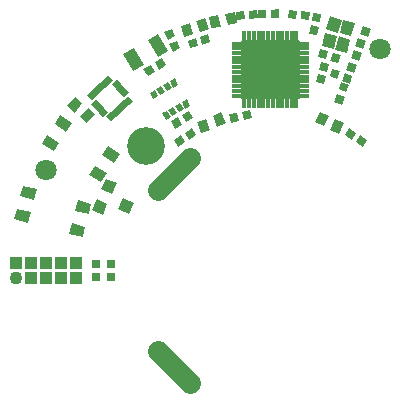
<source format=gts>
G04 #@! TF.FileFunction,Soldermask,Top*
%FSLAX46Y46*%
G04 Gerber Fmt 4.6, Leading zero omitted, Abs format (unit mm)*
G04 Created by KiCad (PCBNEW 4.0.1-stable) date 2016 January 15, Friday 22:42:35*
%MOMM*%
G01*
G04 APERTURE LIST*
%ADD10C,0.020000*%
%ADD11R,0.700000X0.700000*%
%ADD12C,3.200000*%
%ADD13C,1.100000*%
%ADD14R,1.000000X1.000000*%
%ADD15C,1.800000*%
%ADD16C,1.800000*%
%ADD17R,1.680000X1.680000*%
%ADD18R,0.840000X0.410000*%
%ADD19R,0.410000X0.840000*%
%ADD20C,0.200000*%
G04 APERTURE END LIST*
D10*
G36*
X28804573Y-11303360D02*
X29185820Y-10716291D01*
X29772889Y-11097538D01*
X29391642Y-11684607D01*
X28804573Y-11303360D01*
X28804573Y-11303360D01*
G37*
G36*
X29727111Y-11902462D02*
X30108358Y-11315393D01*
X30695427Y-11696640D01*
X30314180Y-12283709D01*
X29727111Y-11902462D01*
X29727111Y-11902462D01*
G37*
G36*
X15827771Y-10726255D02*
X16198715Y-11319889D01*
X15605081Y-11690833D01*
X15234137Y-11097199D01*
X15827771Y-10726255D01*
X15827771Y-10726255D01*
G37*
G36*
X14894919Y-11309167D02*
X15265863Y-11902801D01*
X14672229Y-12273745D01*
X14301285Y-11680111D01*
X14894919Y-11309167D01*
X14894919Y-11309167D01*
G37*
G36*
X27514570Y-6331074D02*
X27753984Y-5673290D01*
X28411768Y-5912704D01*
X28172354Y-6570488D01*
X27514570Y-6331074D01*
X27514570Y-6331074D01*
G37*
G36*
X28548232Y-6707296D02*
X28787646Y-6049512D01*
X29445430Y-6288926D01*
X29206016Y-6946710D01*
X28548232Y-6707296D01*
X28548232Y-6707296D01*
G37*
G36*
X17505615Y-2270703D02*
X17314806Y-1289076D01*
X18100107Y-1136429D01*
X18290916Y-2118056D01*
X17505615Y-2270703D01*
X17505615Y-2270703D01*
G37*
G36*
X18879893Y-2003571D02*
X18689084Y-1021944D01*
X19474385Y-869297D01*
X19665194Y-1850924D01*
X18879893Y-2003571D01*
X18879893Y-2003571D01*
G37*
G36*
X19623929Y-1557109D02*
X19562920Y-859772D01*
X20260257Y-798763D01*
X20321266Y-1496100D01*
X19623929Y-1557109D01*
X19623929Y-1557109D01*
G37*
G36*
X20719743Y-1461237D02*
X20658734Y-763900D01*
X21356071Y-702891D01*
X21417080Y-1400228D01*
X20719743Y-1461237D01*
X20719743Y-1461237D01*
G37*
G36*
X28515778Y-6784349D02*
X29169284Y-7035207D01*
X28918426Y-7688713D01*
X28264920Y-7437855D01*
X28515778Y-6784349D01*
X28515778Y-6784349D01*
G37*
G36*
X28121574Y-7811287D02*
X28775080Y-8062145D01*
X28524222Y-8715651D01*
X27870716Y-8464793D01*
X28121574Y-7811287D01*
X28121574Y-7811287D01*
G37*
G36*
X7634043Y-9524044D02*
X6991255Y-10290088D01*
X6378419Y-9775858D01*
X7021207Y-9009814D01*
X7634043Y-9524044D01*
X7634043Y-9524044D01*
G37*
G36*
X6561581Y-8624142D02*
X5918793Y-9390186D01*
X5305957Y-8875956D01*
X5948745Y-8109912D01*
X6561581Y-8624142D01*
X6561581Y-8624142D01*
G37*
G36*
X26109873Y-931288D02*
X26798152Y-1058853D01*
X26670587Y-1747132D01*
X25982308Y-1619567D01*
X26109873Y-931288D01*
X26109873Y-931288D01*
G37*
G36*
X25909413Y-2012868D02*
X26597692Y-2140433D01*
X26470127Y-2828712D01*
X25781848Y-2701147D01*
X25909413Y-2012868D01*
X25909413Y-2012868D01*
G37*
G36*
X30344205Y-2094348D02*
X30995498Y-2350899D01*
X30738947Y-3002192D01*
X30087654Y-2745641D01*
X30344205Y-2094348D01*
X30344205Y-2094348D01*
G37*
G36*
X29941053Y-3117808D02*
X30592346Y-3374359D01*
X30335795Y-4025652D01*
X29684502Y-3769101D01*
X29941053Y-3117808D01*
X29941053Y-3117808D01*
G37*
G36*
X28439920Y-4494863D02*
X28258746Y-5171011D01*
X27582598Y-4989837D01*
X27763772Y-4313689D01*
X28439920Y-4494863D01*
X28439920Y-4494863D01*
G37*
G36*
X27377402Y-4210163D02*
X27196228Y-4886311D01*
X26520080Y-4705137D01*
X26701254Y-4028989D01*
X27377402Y-4210163D01*
X27377402Y-4210163D01*
G37*
G36*
X29564205Y-4114348D02*
X30215498Y-4370899D01*
X29958947Y-5022192D01*
X29307654Y-4765641D01*
X29564205Y-4114348D01*
X29564205Y-4114348D01*
G37*
G36*
X29161053Y-5137808D02*
X29812346Y-5394359D01*
X29555795Y-6045652D01*
X28904502Y-5789101D01*
X29161053Y-5137808D01*
X29161053Y-5137808D01*
G37*
G36*
X15691655Y-3967841D02*
X15486995Y-3298427D01*
X16156409Y-3093767D01*
X16361069Y-3763181D01*
X15691655Y-3967841D01*
X15691655Y-3967841D01*
G37*
G36*
X16743591Y-3646233D02*
X16538931Y-2976819D01*
X17208345Y-2772159D01*
X17413005Y-3441573D01*
X16743591Y-3646233D01*
X16743591Y-3646233D01*
G37*
G36*
X15184251Y-2989761D02*
X14891879Y-2033456D01*
X15656923Y-1799559D01*
X15949295Y-2755864D01*
X15184251Y-2989761D01*
X15184251Y-2989761D01*
G37*
G36*
X16523077Y-2580441D02*
X16230705Y-1624136D01*
X16995749Y-1390239D01*
X17288121Y-2346544D01*
X16523077Y-2580441D01*
X16523077Y-2580441D01*
G37*
G36*
X23958345Y-1384007D02*
X24031515Y-687841D01*
X24727681Y-761011D01*
X24654511Y-1457177D01*
X23958345Y-1384007D01*
X23958345Y-1384007D01*
G37*
G36*
X25052319Y-1498989D02*
X25125489Y-802823D01*
X25821655Y-875993D01*
X25748485Y-1572159D01*
X25052319Y-1498989D01*
X25052319Y-1498989D01*
G37*
G36*
X19172436Y-10239472D02*
X19026898Y-9554768D01*
X19711602Y-9409230D01*
X19857140Y-10093934D01*
X19172436Y-10239472D01*
X19172436Y-10239472D01*
G37*
G36*
X20248398Y-10010770D02*
X20102860Y-9326066D01*
X20787564Y-9180528D01*
X20933102Y-9865232D01*
X20248398Y-10010770D01*
X20248398Y-10010770D01*
G37*
D11*
X9000000Y-23300000D03*
X9000000Y-22200000D03*
X7750000Y-22200000D03*
X7750000Y-23300000D03*
D10*
G36*
X12095577Y-6303109D02*
X11745577Y-5696891D01*
X12351795Y-5346891D01*
X12701795Y-5953109D01*
X12095577Y-6303109D01*
X12095577Y-6303109D01*
G37*
G36*
X13048205Y-5753109D02*
X12698205Y-5146891D01*
X13304423Y-4796891D01*
X13654423Y-5403109D01*
X13048205Y-5753109D01*
X13048205Y-5753109D01*
G37*
G36*
X13516165Y-2568301D02*
X14160519Y-2294789D01*
X14434031Y-2939143D01*
X13789677Y-3212655D01*
X13516165Y-2568301D01*
X13516165Y-2568301D01*
G37*
G36*
X13945969Y-3580857D02*
X14590323Y-3307345D01*
X14863835Y-3951699D01*
X14219481Y-4225211D01*
X13945969Y-3580857D01*
X13945969Y-3580857D01*
G37*
G36*
X21456246Y-1385654D02*
X21444029Y-685761D01*
X22143922Y-673544D01*
X22156139Y-1373437D01*
X21456246Y-1385654D01*
X21456246Y-1385654D01*
G37*
G36*
X22556078Y-1366456D02*
X22543861Y-666563D01*
X23243754Y-654346D01*
X23255971Y-1354239D01*
X22556078Y-1366456D01*
X22556078Y-1366456D01*
G37*
G36*
X14395577Y-10753109D02*
X14045577Y-10146891D01*
X14651795Y-9796891D01*
X15001795Y-10403109D01*
X14395577Y-10753109D01*
X14395577Y-10753109D01*
G37*
G36*
X15348205Y-10203109D02*
X14998205Y-9596891D01*
X15604423Y-9246891D01*
X15954423Y-9853109D01*
X15348205Y-10203109D01*
X15348205Y-10203109D01*
G37*
G36*
X27005137Y-6999920D02*
X26328989Y-6818746D01*
X26510163Y-6142598D01*
X27186311Y-6323772D01*
X27005137Y-6999920D01*
X27005137Y-6999920D01*
G37*
G36*
X27289837Y-5937402D02*
X26613689Y-5756228D01*
X26794863Y-5080080D01*
X27471011Y-5261254D01*
X27289837Y-5937402D01*
X27289837Y-5937402D01*
G37*
G36*
X13015301Y-8004452D02*
X12590949Y-8249452D01*
X12270949Y-7695196D01*
X12695301Y-7450196D01*
X13015301Y-8004452D01*
X13015301Y-8004452D01*
G37*
G36*
X13578218Y-7679452D02*
X13153866Y-7924452D01*
X12833866Y-7370196D01*
X13258218Y-7125196D01*
X13578218Y-7679452D01*
X13578218Y-7679452D01*
G37*
G36*
X14141134Y-7354452D02*
X13716782Y-7599452D01*
X13396782Y-7045196D01*
X13821134Y-6800196D01*
X14141134Y-7354452D01*
X14141134Y-7354452D01*
G37*
G36*
X14704051Y-7029452D02*
X14279699Y-7274452D01*
X13959699Y-6720196D01*
X14384051Y-6475196D01*
X14704051Y-7029452D01*
X14704051Y-7029452D01*
G37*
G36*
X15729051Y-8804804D02*
X15304699Y-9049804D01*
X14984699Y-8495548D01*
X15409051Y-8250548D01*
X15729051Y-8804804D01*
X15729051Y-8804804D01*
G37*
G36*
X15166134Y-9129804D02*
X14741782Y-9374804D01*
X14421782Y-8820548D01*
X14846134Y-8575548D01*
X15166134Y-9129804D01*
X15166134Y-9129804D01*
G37*
G36*
X14603218Y-9454804D02*
X14178866Y-9699804D01*
X13858866Y-9145548D01*
X14283218Y-8900548D01*
X14603218Y-9454804D01*
X14603218Y-9454804D01*
G37*
G36*
X14040301Y-9779804D02*
X13615949Y-10024804D01*
X13295949Y-9470548D01*
X13720301Y-9225548D01*
X14040301Y-9779804D01*
X14040301Y-9779804D01*
G37*
D12*
X12000000Y-12250000D03*
D10*
G36*
X9391532Y-9796814D02*
X9025855Y-10137813D01*
X8616656Y-9699000D01*
X8982333Y-9358001D01*
X9391532Y-9796814D01*
X9391532Y-9796814D01*
G37*
G36*
X9757209Y-9455814D02*
X9391532Y-9796813D01*
X8982333Y-9358000D01*
X9348010Y-9017001D01*
X9757209Y-9455814D01*
X9757209Y-9455814D01*
G37*
G36*
X10122886Y-9114815D02*
X9757209Y-9455814D01*
X9348010Y-9017001D01*
X9713687Y-8676002D01*
X10122886Y-9114815D01*
X10122886Y-9114815D01*
G37*
G36*
X10488563Y-8773816D02*
X10122886Y-9114815D01*
X9713687Y-8676002D01*
X10079364Y-8335003D01*
X10488563Y-8773816D01*
X10488563Y-8773816D01*
G37*
G36*
X10854240Y-8432817D02*
X10488563Y-8773816D01*
X10079364Y-8335003D01*
X10445041Y-7994004D01*
X10854240Y-8432817D01*
X10854240Y-8432817D01*
G37*
G36*
X10185814Y-7312791D02*
X10526813Y-7678468D01*
X10088000Y-8087667D01*
X9747001Y-7721990D01*
X10185814Y-7312791D01*
X10185814Y-7312791D01*
G37*
G36*
X9844815Y-6947114D02*
X10185814Y-7312791D01*
X9747001Y-7721990D01*
X9406002Y-7356313D01*
X9844815Y-6947114D01*
X9844815Y-6947114D01*
G37*
G36*
X9503816Y-6581437D02*
X9844815Y-6947114D01*
X9406002Y-7356313D01*
X9065003Y-6990636D01*
X9503816Y-6581437D01*
X9503816Y-6581437D01*
G37*
G36*
X9183344Y-6641000D02*
X8817667Y-6981999D01*
X8408468Y-6543186D01*
X8774145Y-6202187D01*
X9183344Y-6641000D01*
X9183344Y-6641000D01*
G37*
G36*
X8817667Y-6982000D02*
X8451990Y-7322999D01*
X8042791Y-6884186D01*
X8408468Y-6543187D01*
X8817667Y-6982000D01*
X8817667Y-6982000D01*
G37*
G36*
X8451990Y-7322999D02*
X8086313Y-7663998D01*
X7677114Y-7225185D01*
X8042791Y-6884186D01*
X8451990Y-7322999D01*
X8451990Y-7322999D01*
G37*
G36*
X8086313Y-7663998D02*
X7720636Y-8004997D01*
X7311437Y-7566184D01*
X7677114Y-7225185D01*
X8086313Y-7663998D01*
X8086313Y-7663998D01*
G37*
G36*
X7720636Y-8004997D02*
X7354959Y-8345996D01*
X6945760Y-7907183D01*
X7311437Y-7566184D01*
X7720636Y-8004997D01*
X7720636Y-8004997D01*
G37*
G36*
X7712000Y-8252333D02*
X8052999Y-8618010D01*
X7614186Y-9027209D01*
X7273187Y-8661532D01*
X7712000Y-8252333D01*
X7712000Y-8252333D01*
G37*
G36*
X8052999Y-8618010D02*
X8393998Y-8983687D01*
X7955185Y-9392886D01*
X7614186Y-9027209D01*
X8052999Y-8618010D01*
X8052999Y-8618010D01*
G37*
G36*
X8393998Y-8983687D02*
X8734997Y-9349364D01*
X8296184Y-9758563D01*
X7955185Y-9392886D01*
X8393998Y-8983687D01*
X8393998Y-8983687D01*
G37*
G36*
X8558730Y-14974879D02*
X9472367Y-15381656D01*
X9065590Y-16295293D01*
X8151953Y-15888516D01*
X8558730Y-14974879D01*
X8558730Y-14974879D01*
G37*
G36*
X7785930Y-16710615D02*
X8699567Y-17117392D01*
X8292790Y-18031029D01*
X7379153Y-17624252D01*
X7785930Y-16710615D01*
X7785930Y-16710615D01*
G37*
G36*
X9998489Y-16655806D02*
X10912126Y-17062583D01*
X10505349Y-17976220D01*
X9591712Y-17569443D01*
X9998489Y-16655806D01*
X9998489Y-16655806D01*
G37*
G36*
X26269095Y-10227709D02*
X26691713Y-9321401D01*
X27416759Y-9659495D01*
X26994141Y-10565803D01*
X26269095Y-10227709D01*
X26269095Y-10227709D01*
G37*
G36*
X27583241Y-10840505D02*
X28005859Y-9934197D01*
X28730905Y-10272291D01*
X28308287Y-11178599D01*
X27583241Y-10840505D01*
X27583241Y-10840505D01*
G37*
G36*
X18355778Y-9364975D02*
X18730385Y-10292159D01*
X17988638Y-10591845D01*
X17614031Y-9664661D01*
X18355778Y-9364975D01*
X18355778Y-9364975D01*
G37*
G36*
X17011362Y-9908155D02*
X17385969Y-10835339D01*
X16644222Y-11135025D01*
X16269615Y-10207841D01*
X17011362Y-9908155D01*
X17011362Y-9908155D01*
G37*
D13*
X960000Y-23385000D03*
D14*
X960000Y-22115000D03*
X2230000Y-23385000D03*
X2230000Y-22115000D03*
X3500000Y-23385000D03*
X3500000Y-22115000D03*
X4770000Y-23385000D03*
X4770000Y-22115000D03*
X6040000Y-23385000D03*
X6040000Y-22115000D03*
D15*
X12981497Y-29581497D02*
X15668503Y-32268503D01*
X15668503Y-13231497D02*
X12981497Y-15918503D01*
D16*
X3500000Y-14250000D03*
X31750000Y-4000000D03*
D10*
G36*
X8249158Y-12969081D02*
X8739333Y-12214278D01*
X9745738Y-12867845D01*
X9255563Y-13622648D01*
X8249158Y-12969081D01*
X8249158Y-12969081D01*
G37*
G36*
X4223540Y-10354814D02*
X4713715Y-9600011D01*
X5720120Y-10253578D01*
X5229945Y-11008381D01*
X4223540Y-10354814D01*
X4223540Y-10354814D01*
G37*
G36*
X3134262Y-12032155D02*
X3624437Y-11277352D01*
X4630842Y-11930919D01*
X4140667Y-12685722D01*
X3134262Y-12032155D01*
X3134262Y-12032155D01*
G37*
G36*
X7159880Y-14646422D02*
X7650055Y-13891619D01*
X8656460Y-14545186D01*
X8166285Y-15299989D01*
X7159880Y-14646422D01*
X7159880Y-14646422D01*
G37*
G36*
X5951017Y-17704615D02*
X6183954Y-16835282D01*
X7343065Y-17145865D01*
X7110128Y-18015198D01*
X5951017Y-17704615D01*
X5951017Y-17704615D01*
G37*
G36*
X1314573Y-16462283D02*
X1547510Y-15592950D01*
X2706621Y-15903533D01*
X2473684Y-16772866D01*
X1314573Y-16462283D01*
X1314573Y-16462283D01*
G37*
G36*
X796935Y-18394135D02*
X1029872Y-17524802D01*
X2188983Y-17835385D01*
X1956046Y-18704718D01*
X796935Y-18394135D01*
X796935Y-18394135D01*
G37*
G36*
X5433379Y-19636467D02*
X5666316Y-18767134D01*
X6825427Y-19077717D01*
X6592490Y-19947050D01*
X5433379Y-19636467D01*
X5433379Y-19636467D01*
G37*
G36*
X12997243Y-2733878D02*
X13847243Y-4206122D01*
X12981217Y-4706122D01*
X12131217Y-3233878D01*
X12997243Y-2733878D01*
X12997243Y-2733878D01*
G37*
G36*
X10918783Y-3933878D02*
X11768783Y-5406122D01*
X10902757Y-5906122D01*
X10052757Y-4433878D01*
X10918783Y-3933878D01*
X10918783Y-3933878D01*
G37*
G36*
X27853608Y-4025858D02*
X26844283Y-3736439D01*
X27161266Y-2630988D01*
X28170591Y-2920407D01*
X27853608Y-4025858D01*
X27853608Y-4025858D01*
G37*
G36*
X28959059Y-4342841D02*
X27949734Y-4053422D01*
X28266717Y-2947971D01*
X29276042Y-3237390D01*
X28959059Y-4342841D01*
X28959059Y-4342841D01*
G37*
G36*
X29358734Y-2949012D02*
X28349409Y-2659593D01*
X28666392Y-1554142D01*
X29675717Y-1843561D01*
X29358734Y-2949012D01*
X29358734Y-2949012D01*
G37*
G36*
X28253283Y-2632029D02*
X27243958Y-2342610D01*
X27560941Y-1237159D01*
X28570266Y-1526578D01*
X28253283Y-2632029D01*
X28253283Y-2632029D01*
G37*
D17*
X22500000Y-7270000D03*
X24020000Y-5750000D03*
X20980000Y-5750000D03*
X22500000Y-5750000D03*
X22500000Y-4230000D03*
D18*
X19640000Y-3550000D03*
X19640000Y-3950000D03*
X19640000Y-4350000D03*
X19640000Y-4750000D03*
X19640000Y-5150000D03*
X19640000Y-5550000D03*
X19640000Y-5950000D03*
X19640000Y-6350000D03*
X19640000Y-6750000D03*
X19640000Y-7150000D03*
X19640000Y-7550000D03*
X19640000Y-7950000D03*
D19*
X20300000Y-8610000D03*
X20700000Y-8610000D03*
X21100000Y-8610000D03*
X21500000Y-8610000D03*
X21900000Y-8610000D03*
X22300000Y-8610000D03*
X22700000Y-8610000D03*
X23100000Y-8610000D03*
X23500000Y-8610000D03*
X23900000Y-8610000D03*
X24300000Y-8610000D03*
X24700000Y-8610000D03*
D18*
X25360000Y-7950000D03*
X25360000Y-7550000D03*
X25360000Y-7150000D03*
X25360000Y-6750000D03*
X25360000Y-6350000D03*
X25360000Y-5950000D03*
X25360000Y-5550000D03*
X25360000Y-5150000D03*
X25360000Y-4750000D03*
X25360000Y-4350000D03*
X25360000Y-3950000D03*
X25360000Y-3550000D03*
D19*
X24700000Y-2890000D03*
X24300000Y-2890000D03*
X23900000Y-2890000D03*
X23500000Y-2890000D03*
X23100000Y-2890000D03*
X22700000Y-2890000D03*
X22300000Y-2890000D03*
X21900000Y-2890000D03*
X21500000Y-2890000D03*
X21100000Y-2890000D03*
X20700000Y-2890000D03*
X20300000Y-2890000D03*
D17*
X20980000Y-4230000D03*
X24020000Y-4230000D03*
X24020000Y-7270000D03*
X20980000Y-7270000D03*
D20*
G36*
X24900000Y-8150000D02*
X20100000Y-8150000D01*
X20100000Y-3350000D01*
X24900000Y-3350000D01*
X24900000Y-8150000D01*
X24900000Y-8150000D01*
G37*
X24900000Y-8150000D02*
X20100000Y-8150000D01*
X20100000Y-3350000D01*
X24900000Y-3350000D01*
X24900000Y-8150000D01*
M02*

</source>
